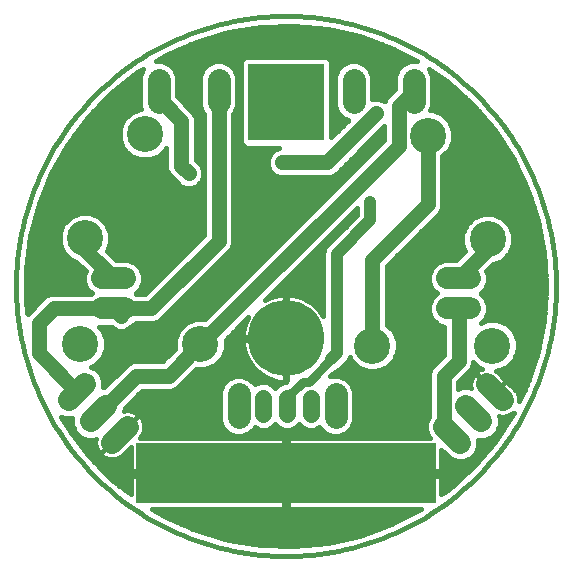
<source format=gbl>
G75*
%MOIN*%
%OFA0B0*%
%FSLAX25Y25*%
%IPPOS*%
%LPD*%
%AMOC8*
5,1,8,0,0,1.08239X$1,22.5*
%
%ADD10C,0.01600*%
%ADD11C,0.07400*%
%ADD12C,0.12000*%
%ADD13C,0.07600*%
%ADD14R,0.25400X0.25400*%
%ADD15C,0.25400*%
%ADD16R,1.00000X0.20000*%
%ADD17C,0.07677*%
%ADD18C,0.05543*%
%ADD19C,0.05000*%
%ADD20OC8,0.03562*%
%ADD21OC8,0.09000*%
%ADD22R,0.03562X0.03562*%
%ADD23C,0.04000*%
%ADD24C,0.03000*%
D10*
X0033496Y0032614D02*
X0093508Y0032614D01*
X0093508Y0032634D02*
X0093508Y0031034D01*
X0042508Y0031034D01*
X0042508Y0024850D01*
X0035953Y0030078D01*
X0028215Y0038068D01*
X0021562Y0046981D01*
X0019406Y0050811D01*
X0020908Y0050189D01*
X0023092Y0050189D01*
X0023092Y0048004D01*
X0024021Y0045762D01*
X0025737Y0044046D01*
X0027979Y0043117D01*
X0030405Y0043117D01*
X0030879Y0043314D01*
X0030763Y0042579D01*
X0030763Y0041714D01*
X0030899Y0040858D01*
X0031166Y0040035D01*
X0031559Y0039264D01*
X0032068Y0038563D01*
X0032374Y0038257D01*
X0032680Y0037951D01*
X0033380Y0037442D01*
X0034152Y0037049D01*
X0034975Y0036782D01*
X0035830Y0036646D01*
X0036696Y0036646D01*
X0037551Y0036782D01*
X0038374Y0037049D01*
X0039146Y0037442D01*
X0039846Y0037951D01*
X0042508Y0040613D01*
X0042508Y0032634D01*
X0093508Y0032634D01*
X0093508Y0043634D01*
X0045529Y0043634D01*
X0045691Y0043796D01*
X0046200Y0044496D01*
X0046593Y0045268D01*
X0046860Y0046091D01*
X0046996Y0046946D01*
X0046996Y0047812D01*
X0046860Y0048667D01*
X0046593Y0049490D01*
X0046200Y0050262D01*
X0045691Y0050962D01*
X0045385Y0051268D01*
X0038880Y0044763D01*
X0038879Y0044763D01*
X0038879Y0044763D01*
X0032374Y0038257D01*
X0038879Y0044763D01*
X0045385Y0051268D01*
X0045079Y0051574D01*
X0044378Y0052083D01*
X0043607Y0052476D01*
X0042784Y0052744D01*
X0041929Y0052879D01*
X0041063Y0052879D01*
X0040328Y0052763D01*
X0040525Y0053237D01*
X0040525Y0053620D01*
X0046338Y0059434D01*
X0056121Y0059434D01*
X0057922Y0060180D01*
X0059300Y0061558D01*
X0059300Y0061558D01*
X0064300Y0066558D01*
X0067441Y0066558D01*
X0070529Y0067837D01*
X0072892Y0070200D01*
X0074170Y0073287D01*
X0074170Y0076428D01*
X0081646Y0083904D01*
X0081185Y0083041D01*
X0080639Y0081725D01*
X0080226Y0080361D01*
X0079948Y0078964D01*
X0079808Y0077546D01*
X0079808Y0077313D01*
X0093829Y0077313D01*
X0093829Y0076354D01*
X0094788Y0076354D01*
X0094788Y0062829D01*
X0094236Y0062277D01*
X0093638Y0062277D01*
X0091737Y0061490D01*
X0090730Y0060482D01*
X0089722Y0061490D01*
X0087821Y0062277D01*
X0085764Y0062277D01*
X0083897Y0061504D01*
X0083814Y0061706D01*
X0082059Y0063461D01*
X0079766Y0064411D01*
X0077284Y0064411D01*
X0074991Y0063461D01*
X0073236Y0061706D01*
X0072286Y0059413D01*
X0072286Y0049254D01*
X0073236Y0046961D01*
X0074991Y0045206D01*
X0077284Y0044257D01*
X0079766Y0044257D01*
X0082059Y0045206D01*
X0083814Y0046961D01*
X0083897Y0047164D01*
X0085764Y0046390D01*
X0087821Y0046390D01*
X0089722Y0047178D01*
X0090730Y0048185D01*
X0091737Y0047178D01*
X0093638Y0046390D01*
X0095695Y0046390D01*
X0097596Y0047178D01*
X0098604Y0048185D01*
X0099611Y0047178D01*
X0101512Y0046390D01*
X0103569Y0046390D01*
X0105436Y0047164D01*
X0105520Y0046961D01*
X0107274Y0045206D01*
X0109567Y0044257D01*
X0112049Y0044257D01*
X0114342Y0045206D01*
X0116097Y0046961D01*
X0117047Y0049254D01*
X0117047Y0059413D01*
X0116097Y0061706D01*
X0114342Y0063461D01*
X0112049Y0064411D01*
X0109567Y0064411D01*
X0109070Y0064205D01*
X0110594Y0065729D01*
X0111801Y0066229D01*
X0113676Y0068104D01*
X0114913Y0069341D01*
X0115511Y0070784D01*
X0115968Y0069682D01*
X0118331Y0067319D01*
X0121418Y0066041D01*
X0124760Y0066041D01*
X0127847Y0067319D01*
X0130210Y0069682D01*
X0131489Y0072770D01*
X0131489Y0076111D01*
X0130210Y0079199D01*
X0127989Y0081420D01*
X0127989Y0101085D01*
X0145672Y0118768D01*
X0146418Y0120569D01*
X0146418Y0137503D01*
X0148639Y0139724D01*
X0149918Y0142811D01*
X0149918Y0146153D01*
X0148639Y0149240D01*
X0146276Y0151603D01*
X0143189Y0152882D01*
X0142421Y0152882D01*
X0143008Y0154301D01*
X0143008Y0164367D01*
X0142071Y0166631D01*
X0148427Y0162197D01*
X0156661Y0154719D01*
X0163871Y0146250D01*
X0169939Y0136928D01*
X0174765Y0126907D01*
X0178270Y0116351D01*
X0180396Y0105434D01*
X0181108Y0094334D01*
X0180396Y0083234D01*
X0180396Y0083234D01*
X0178270Y0072317D01*
X0174765Y0061761D01*
X0171996Y0056011D01*
X0171996Y0056721D01*
X0171860Y0057576D01*
X0171593Y0058400D01*
X0171200Y0059171D01*
X0170691Y0059872D01*
X0167768Y0062794D01*
X0164846Y0065716D01*
X0164400Y0066041D01*
X0164760Y0066041D01*
X0167847Y0067319D01*
X0170210Y0069682D01*
X0171489Y0072770D01*
X0171489Y0076111D01*
X0170210Y0079199D01*
X0167847Y0081562D01*
X0164760Y0082841D01*
X0161418Y0082841D01*
X0159239Y0081938D01*
X0160680Y0083378D01*
X0161608Y0085620D01*
X0161608Y0088047D01*
X0160680Y0090289D01*
X0159135Y0091834D01*
X0160680Y0093378D01*
X0161608Y0095620D01*
X0161608Y0098047D01*
X0161123Y0099219D01*
X0163456Y0101551D01*
X0166276Y0102720D01*
X0168639Y0105083D01*
X0169918Y0108170D01*
X0169918Y0111512D01*
X0168639Y0114599D01*
X0166276Y0116962D01*
X0163189Y0118241D01*
X0159847Y0118241D01*
X0156760Y0116962D01*
X0154397Y0114599D01*
X0153118Y0111512D01*
X0153118Y0108170D01*
X0154025Y0105980D01*
X0150979Y0102934D01*
X0146895Y0102934D01*
X0144653Y0102005D01*
X0142937Y0100289D01*
X0142008Y0098047D01*
X0142008Y0095620D01*
X0142937Y0093378D01*
X0144482Y0091834D01*
X0142937Y0090289D01*
X0142008Y0088047D01*
X0142008Y0085620D01*
X0142937Y0083378D01*
X0144653Y0081662D01*
X0146895Y0080734D01*
X0146908Y0080734D01*
X0146908Y0071363D01*
X0142654Y0067109D01*
X0141908Y0065308D01*
X0141908Y0050735D01*
X0141021Y0048592D01*
X0141021Y0046166D01*
X0141950Y0043924D01*
X0142239Y0043634D01*
X0095108Y0043634D01*
X0095108Y0032634D01*
X0093508Y0032634D01*
X0093508Y0034213D02*
X0095108Y0034213D01*
X0095108Y0032634D02*
X0146108Y0032634D01*
X0146108Y0039765D01*
X0148898Y0036975D01*
X0151140Y0036046D01*
X0153567Y0036046D01*
X0155809Y0036975D01*
X0157525Y0038691D01*
X0158454Y0040933D01*
X0158454Y0043117D01*
X0160638Y0043117D01*
X0162880Y0044046D01*
X0164596Y0045762D01*
X0165525Y0048004D01*
X0165525Y0050431D01*
X0165328Y0050905D01*
X0166063Y0050789D01*
X0166929Y0050789D01*
X0167784Y0050924D01*
X0168607Y0051191D01*
X0169378Y0051585D01*
X0170079Y0052093D01*
X0170138Y0052152D01*
X0169939Y0051739D01*
X0163871Y0042418D01*
X0156661Y0033949D01*
X0148427Y0026471D01*
X0146108Y0024853D01*
X0146108Y0031034D01*
X0095108Y0031034D01*
X0095108Y0020034D01*
X0139164Y0020034D01*
X0129444Y0014963D01*
X0119005Y0011121D01*
X0108162Y0008646D01*
X0097090Y0007578D01*
X0085974Y0007935D01*
X0074994Y0009710D01*
X0064331Y0012875D01*
X0054160Y0017377D01*
X0049777Y0020034D01*
X0093508Y0020034D01*
X0093508Y0031034D01*
X0095108Y0031034D01*
X0095108Y0032634D01*
X0095108Y0032614D02*
X0155192Y0032614D01*
X0156886Y0034213D02*
X0146108Y0034213D01*
X0146108Y0035811D02*
X0158247Y0035811D01*
X0159608Y0037410D02*
X0156244Y0037410D01*
X0157656Y0039008D02*
X0160969Y0039008D01*
X0162329Y0040607D02*
X0158318Y0040607D01*
X0158454Y0042205D02*
X0163690Y0042205D01*
X0164773Y0043804D02*
X0162295Y0043804D01*
X0164236Y0045403D02*
X0165814Y0045403D01*
X0165109Y0047001D02*
X0166854Y0047001D01*
X0167895Y0048600D02*
X0165525Y0048600D01*
X0165525Y0050198D02*
X0168935Y0050198D01*
X0169670Y0051797D02*
X0169966Y0051797D01*
X0171996Y0056592D02*
X0172276Y0056592D01*
X0171661Y0058191D02*
X0173045Y0058191D01*
X0173815Y0059789D02*
X0170751Y0059789D01*
X0169175Y0061388D02*
X0174585Y0061388D01*
X0175172Y0062986D02*
X0167576Y0062986D01*
X0167768Y0062794D02*
X0163879Y0058905D01*
X0157374Y0065410D01*
X0157068Y0065104D01*
X0156559Y0064404D01*
X0156166Y0063632D01*
X0155899Y0062809D01*
X0155763Y0061954D01*
X0155763Y0061088D01*
X0155879Y0060354D01*
X0155405Y0060550D01*
X0152979Y0060550D01*
X0151708Y0060024D01*
X0151708Y0062304D01*
X0154584Y0065180D01*
X0155962Y0066558D01*
X0156708Y0068359D01*
X0156708Y0068942D01*
X0158331Y0067319D01*
X0159640Y0066777D01*
X0159152Y0066618D01*
X0158380Y0066225D01*
X0157680Y0065716D01*
X0157374Y0065410D01*
X0163879Y0058905D01*
X0163879Y0058905D01*
X0163880Y0058905D01*
X0167768Y0062794D01*
X0166362Y0061388D02*
X0166362Y0061388D01*
X0164764Y0059789D02*
X0164764Y0059789D01*
X0162995Y0059789D02*
X0162995Y0059789D01*
X0161397Y0061388D02*
X0161396Y0061388D01*
X0159798Y0062986D02*
X0159798Y0062986D01*
X0158200Y0064585D02*
X0158199Y0064585D01*
X0156691Y0064585D02*
X0153989Y0064585D01*
X0155587Y0066183D02*
X0158323Y0066183D01*
X0157868Y0067782D02*
X0156469Y0067782D01*
X0155956Y0062986D02*
X0152390Y0062986D01*
X0151708Y0061388D02*
X0155763Y0061388D01*
X0165104Y0066183D02*
X0176233Y0066183D01*
X0175702Y0064585D02*
X0165978Y0064585D01*
X0168309Y0067782D02*
X0176764Y0067782D01*
X0177295Y0069380D02*
X0169908Y0069380D01*
X0170747Y0070979D02*
X0177825Y0070979D01*
X0178320Y0072577D02*
X0171409Y0072577D01*
X0171489Y0074176D02*
X0178632Y0074176D01*
X0178943Y0075774D02*
X0171489Y0075774D01*
X0170966Y0077373D02*
X0179254Y0077373D01*
X0179566Y0078971D02*
X0170304Y0078971D01*
X0168839Y0080570D02*
X0179877Y0080570D01*
X0180188Y0082168D02*
X0166383Y0082168D01*
X0160841Y0083767D02*
X0180430Y0083767D01*
X0180533Y0085365D02*
X0161503Y0085365D01*
X0161608Y0086964D02*
X0180635Y0086964D01*
X0180738Y0088562D02*
X0161395Y0088562D01*
X0160733Y0090161D02*
X0180840Y0090161D01*
X0180943Y0091759D02*
X0159209Y0091759D01*
X0160659Y0093358D02*
X0181046Y0093358D01*
X0181068Y0094956D02*
X0161333Y0094956D01*
X0161608Y0096555D02*
X0180966Y0096555D01*
X0180863Y0098153D02*
X0161564Y0098153D01*
X0161656Y0099752D02*
X0180760Y0099752D01*
X0180658Y0101350D02*
X0163255Y0101350D01*
X0166505Y0102949D02*
X0180555Y0102949D01*
X0180453Y0104547D02*
X0168104Y0104547D01*
X0169080Y0106146D02*
X0180257Y0106146D01*
X0179946Y0107744D02*
X0169742Y0107744D01*
X0169918Y0109343D02*
X0179634Y0109343D01*
X0179323Y0110941D02*
X0169918Y0110941D01*
X0169492Y0112540D02*
X0179012Y0112540D01*
X0178700Y0114138D02*
X0168830Y0114138D01*
X0167501Y0115737D02*
X0178389Y0115737D01*
X0177943Y0117336D02*
X0165375Y0117336D01*
X0157661Y0117336D02*
X0144240Y0117336D01*
X0145741Y0118934D02*
X0177412Y0118934D01*
X0176881Y0120533D02*
X0146403Y0120533D01*
X0146418Y0122131D02*
X0176350Y0122131D01*
X0175820Y0123730D02*
X0146418Y0123730D01*
X0146418Y0125328D02*
X0175289Y0125328D01*
X0174755Y0126927D02*
X0146418Y0126927D01*
X0146418Y0128525D02*
X0173985Y0128525D01*
X0173216Y0130124D02*
X0146418Y0130124D01*
X0146418Y0131722D02*
X0172446Y0131722D01*
X0171676Y0133321D02*
X0146418Y0133321D01*
X0146418Y0134919D02*
X0170906Y0134919D01*
X0170136Y0136518D02*
X0146418Y0136518D01*
X0147032Y0138116D02*
X0169165Y0138116D01*
X0168125Y0139715D02*
X0148630Y0139715D01*
X0149298Y0141313D02*
X0167084Y0141313D01*
X0166044Y0142912D02*
X0149918Y0142912D01*
X0149918Y0144510D02*
X0165003Y0144510D01*
X0163963Y0146109D02*
X0149918Y0146109D01*
X0149274Y0147707D02*
X0162630Y0147707D01*
X0161269Y0149306D02*
X0148574Y0149306D01*
X0146975Y0150904D02*
X0159909Y0150904D01*
X0158548Y0152503D02*
X0144104Y0152503D01*
X0142926Y0154101D02*
X0157187Y0154101D01*
X0155581Y0155700D02*
X0143008Y0155700D01*
X0143008Y0157298D02*
X0153821Y0157298D01*
X0152061Y0158897D02*
X0143008Y0158897D01*
X0143008Y0160495D02*
X0150301Y0160495D01*
X0148541Y0162094D02*
X0143008Y0162094D01*
X0143008Y0163692D02*
X0146283Y0163692D01*
X0143992Y0165291D02*
X0142626Y0165291D01*
X0137822Y0169334D02*
X0135575Y0169334D01*
X0133296Y0168390D01*
X0131552Y0166646D01*
X0130608Y0164367D01*
X0130608Y0160063D01*
X0129033Y0158488D01*
X0129033Y0158488D01*
X0127654Y0157109D01*
X0127159Y0155913D01*
X0127084Y0155988D01*
X0125283Y0156734D01*
X0123334Y0156734D01*
X0123008Y0156599D01*
X0123008Y0164367D01*
X0122064Y0166646D01*
X0120320Y0168390D01*
X0118042Y0169334D01*
X0115575Y0169334D01*
X0113296Y0168390D01*
X0111552Y0166646D01*
X0110608Y0164367D01*
X0110608Y0154301D01*
X0111552Y0152022D01*
X0113296Y0150278D01*
X0115083Y0149538D01*
X0109408Y0143863D01*
X0109408Y0168751D01*
X0109043Y0169633D01*
X0108368Y0170309D01*
X0107486Y0170674D01*
X0081131Y0170674D01*
X0080249Y0170309D01*
X0079574Y0169633D01*
X0079208Y0168751D01*
X0079208Y0142397D01*
X0079574Y0141514D01*
X0080249Y0140839D01*
X0081131Y0140474D01*
X0092060Y0140474D01*
X0090283Y0139738D01*
X0088904Y0138359D01*
X0088158Y0136558D01*
X0088158Y0134609D01*
X0088904Y0132808D01*
X0090283Y0131430D01*
X0092084Y0130684D01*
X0109033Y0130684D01*
X0110834Y0131430D01*
X0126908Y0147504D01*
X0126908Y0143026D01*
X0067241Y0083358D01*
X0064100Y0083358D01*
X0061012Y0082079D01*
X0058649Y0079716D01*
X0057370Y0076629D01*
X0057370Y0073488D01*
X0053116Y0069234D01*
X0043334Y0069234D01*
X0041533Y0068488D01*
X0033595Y0060550D01*
X0033454Y0060550D01*
X0033454Y0062734D01*
X0032525Y0064976D01*
X0030809Y0066692D01*
X0029287Y0067323D01*
X0030529Y0067837D01*
X0032892Y0070200D01*
X0034170Y0073287D01*
X0034170Y0076629D01*
X0032892Y0079716D01*
X0031859Y0080748D01*
X0031895Y0080734D01*
X0035979Y0080734D01*
X0036533Y0080180D01*
X0038334Y0079434D01*
X0040283Y0079434D01*
X0042084Y0080180D01*
X0043286Y0081382D01*
X0043964Y0081662D01*
X0044235Y0081934D01*
X0050283Y0081934D01*
X0052084Y0082680D01*
X0074584Y0105180D01*
X0075962Y0106558D01*
X0076708Y0108359D01*
X0076708Y0151666D01*
X0077064Y0152022D01*
X0078008Y0154301D01*
X0078008Y0164367D01*
X0077064Y0166646D01*
X0075320Y0168390D01*
X0073042Y0169334D01*
X0070575Y0169334D01*
X0068296Y0168390D01*
X0066552Y0166646D01*
X0065608Y0164367D01*
X0065608Y0154301D01*
X0066552Y0152022D01*
X0066908Y0151666D01*
X0066908Y0111363D01*
X0047279Y0091734D01*
X0044235Y0091734D01*
X0044135Y0091834D01*
X0045680Y0093378D01*
X0046608Y0095620D01*
X0046608Y0098047D01*
X0045680Y0100289D01*
X0043964Y0102005D01*
X0041722Y0102934D01*
X0037638Y0102934D01*
X0034568Y0106004D01*
X0035637Y0108585D01*
X0035637Y0111927D01*
X0034358Y0115014D01*
X0031995Y0117377D01*
X0028908Y0118656D01*
X0025566Y0118656D01*
X0022479Y0117377D01*
X0020116Y0115014D01*
X0018837Y0111927D01*
X0018837Y0108585D01*
X0020116Y0105498D01*
X0022479Y0103135D01*
X0024354Y0102358D01*
X0027494Y0099219D01*
X0027008Y0098047D01*
X0027008Y0095620D01*
X0027937Y0093378D01*
X0029482Y0091834D01*
X0029382Y0091734D01*
X0015834Y0091734D01*
X0014033Y0090988D01*
X0012654Y0089609D01*
X0008158Y0085113D01*
X0007687Y0088772D01*
X0007687Y0099895D01*
X0009109Y0110926D01*
X0011930Y0121685D01*
X0016104Y0131995D01*
X0021562Y0141686D01*
X0028215Y0150600D01*
X0035953Y0158590D01*
X0044649Y0165525D01*
X0046636Y0166729D01*
X0046552Y0166646D01*
X0045608Y0164367D01*
X0045608Y0154301D01*
X0046024Y0153297D01*
X0045566Y0153297D01*
X0042479Y0152018D01*
X0040116Y0149655D01*
X0038837Y0146568D01*
X0038837Y0143226D01*
X0040116Y0140139D01*
X0042479Y0137776D01*
X0045566Y0136497D01*
X0048908Y0136497D01*
X0051995Y0137776D01*
X0054358Y0140139D01*
X0054408Y0140259D01*
X0054408Y0133359D01*
X0055154Y0131558D01*
X0056533Y0130180D01*
X0059033Y0127680D01*
X0060834Y0126934D01*
X0062783Y0126934D01*
X0064584Y0127680D01*
X0065962Y0129058D01*
X0066708Y0130859D01*
X0066708Y0132808D01*
X0065962Y0134609D01*
X0064208Y0136363D01*
X0064208Y0150308D01*
X0063462Y0152109D01*
X0058008Y0157563D01*
X0058008Y0164367D01*
X0057064Y0166646D01*
X0055320Y0168390D01*
X0053042Y0169334D01*
X0050932Y0169334D01*
X0054160Y0171291D01*
X0064331Y0175793D01*
X0074994Y0178958D01*
X0085974Y0180733D01*
X0097090Y0181089D01*
X0108162Y0180021D01*
X0119005Y0177546D01*
X0129444Y0173705D01*
X0137822Y0169334D01*
X0136379Y0170086D02*
X0108590Y0170086D01*
X0109408Y0168488D02*
X0113533Y0168488D01*
X0111796Y0166889D02*
X0109408Y0166889D01*
X0109408Y0165291D02*
X0110991Y0165291D01*
X0110608Y0163692D02*
X0109408Y0163692D01*
X0109408Y0162094D02*
X0110608Y0162094D01*
X0110608Y0160495D02*
X0109408Y0160495D01*
X0109408Y0158897D02*
X0110608Y0158897D01*
X0110608Y0157298D02*
X0109408Y0157298D01*
X0109408Y0155700D02*
X0110608Y0155700D01*
X0110691Y0154101D02*
X0109408Y0154101D01*
X0109408Y0152503D02*
X0111353Y0152503D01*
X0112670Y0150904D02*
X0109408Y0150904D01*
X0109408Y0149306D02*
X0114851Y0149306D01*
X0113252Y0147707D02*
X0109408Y0147707D01*
X0109408Y0146109D02*
X0111654Y0146109D01*
X0110055Y0144510D02*
X0109408Y0144510D01*
X0115922Y0136518D02*
X0120400Y0136518D01*
X0118802Y0134919D02*
X0114323Y0134919D01*
X0112725Y0133321D02*
X0117203Y0133321D01*
X0115605Y0131722D02*
X0111126Y0131722D01*
X0112408Y0128525D02*
X0076708Y0128525D01*
X0076708Y0126927D02*
X0110809Y0126927D01*
X0109211Y0125328D02*
X0076708Y0125328D01*
X0076708Y0123730D02*
X0107612Y0123730D01*
X0106014Y0122131D02*
X0076708Y0122131D01*
X0076708Y0120533D02*
X0104415Y0120533D01*
X0102817Y0118934D02*
X0076708Y0118934D01*
X0076708Y0117336D02*
X0101218Y0117336D01*
X0099620Y0115737D02*
X0076708Y0115737D01*
X0076708Y0114138D02*
X0098021Y0114138D01*
X0096423Y0112540D02*
X0076708Y0112540D01*
X0076708Y0110941D02*
X0094824Y0110941D01*
X0093226Y0109343D02*
X0076708Y0109343D01*
X0076454Y0107744D02*
X0091627Y0107744D01*
X0090029Y0106146D02*
X0075550Y0106146D01*
X0073952Y0104547D02*
X0088430Y0104547D01*
X0086832Y0102949D02*
X0072353Y0102949D01*
X0070755Y0101350D02*
X0085233Y0101350D01*
X0083635Y0099752D02*
X0069156Y0099752D01*
X0067558Y0098153D02*
X0082036Y0098153D01*
X0080438Y0096555D02*
X0065959Y0096555D01*
X0064361Y0094956D02*
X0078839Y0094956D01*
X0077241Y0093358D02*
X0062762Y0093358D01*
X0061164Y0091759D02*
X0075642Y0091759D01*
X0074044Y0090161D02*
X0059565Y0090161D01*
X0057967Y0088562D02*
X0072445Y0088562D01*
X0070847Y0086964D02*
X0056368Y0086964D01*
X0054769Y0085365D02*
X0069248Y0085365D01*
X0067649Y0083767D02*
X0053171Y0083767D01*
X0050849Y0082168D02*
X0061227Y0082168D01*
X0059503Y0080570D02*
X0042474Y0080570D01*
X0036143Y0080570D02*
X0032038Y0080570D01*
X0033200Y0078971D02*
X0058341Y0078971D01*
X0057679Y0077373D02*
X0033862Y0077373D01*
X0034170Y0075774D02*
X0057370Y0075774D01*
X0057370Y0074176D02*
X0034170Y0074176D01*
X0033876Y0072577D02*
X0056460Y0072577D01*
X0054861Y0070979D02*
X0033214Y0070979D01*
X0032072Y0069380D02*
X0053263Y0069380D01*
X0060728Y0062986D02*
X0074516Y0062986D01*
X0073104Y0061388D02*
X0059130Y0061388D01*
X0056979Y0059789D02*
X0072442Y0059789D01*
X0072286Y0058191D02*
X0045095Y0058191D01*
X0043496Y0056592D02*
X0072286Y0056592D01*
X0072286Y0054994D02*
X0041898Y0054994D01*
X0040525Y0053395D02*
X0072286Y0053395D01*
X0072286Y0051797D02*
X0044773Y0051797D01*
X0044315Y0050198D02*
X0044315Y0050198D01*
X0046232Y0050198D02*
X0072286Y0050198D01*
X0072557Y0048600D02*
X0046871Y0048600D01*
X0046996Y0047001D02*
X0073220Y0047001D01*
X0074795Y0045403D02*
X0046637Y0045403D01*
X0045697Y0043804D02*
X0142069Y0043804D01*
X0141337Y0045403D02*
X0114538Y0045403D01*
X0116114Y0047001D02*
X0141021Y0047001D01*
X0141024Y0048600D02*
X0116776Y0048600D01*
X0117047Y0050198D02*
X0141686Y0050198D01*
X0141908Y0051797D02*
X0117047Y0051797D01*
X0117047Y0053395D02*
X0141908Y0053395D01*
X0141908Y0054994D02*
X0117047Y0054994D01*
X0117047Y0056592D02*
X0141908Y0056592D01*
X0141908Y0058191D02*
X0117047Y0058191D01*
X0116891Y0059789D02*
X0141908Y0059789D01*
X0141908Y0061388D02*
X0116229Y0061388D01*
X0114817Y0062986D02*
X0141908Y0062986D01*
X0141908Y0064585D02*
X0109450Y0064585D01*
X0111691Y0066183D02*
X0121074Y0066183D01*
X0117868Y0067782D02*
X0113354Y0067782D01*
X0114930Y0069380D02*
X0116270Y0069380D01*
X0125104Y0066183D02*
X0142271Y0066183D01*
X0143327Y0067782D02*
X0128309Y0067782D01*
X0129908Y0069380D02*
X0144925Y0069380D01*
X0146524Y0070979D02*
X0130747Y0070979D01*
X0131409Y0072577D02*
X0146908Y0072577D01*
X0146908Y0074176D02*
X0131489Y0074176D01*
X0131489Y0075774D02*
X0146908Y0075774D01*
X0146908Y0077373D02*
X0130966Y0077373D01*
X0130304Y0078971D02*
X0146908Y0078971D01*
X0146908Y0080570D02*
X0128839Y0080570D01*
X0127989Y0082168D02*
X0144147Y0082168D01*
X0142776Y0083767D02*
X0127989Y0083767D01*
X0127989Y0085365D02*
X0142114Y0085365D01*
X0142008Y0086964D02*
X0127989Y0086964D01*
X0127989Y0088562D02*
X0142222Y0088562D01*
X0142884Y0090161D02*
X0127989Y0090161D01*
X0127989Y0091759D02*
X0144407Y0091759D01*
X0142958Y0093358D02*
X0127989Y0093358D01*
X0127989Y0094956D02*
X0142283Y0094956D01*
X0142008Y0096555D02*
X0127989Y0096555D01*
X0127989Y0098153D02*
X0142052Y0098153D01*
X0142714Y0099752D02*
X0127989Y0099752D01*
X0128255Y0101350D02*
X0143998Y0101350D01*
X0150994Y0102949D02*
X0129853Y0102949D01*
X0131452Y0104547D02*
X0152592Y0104547D01*
X0153957Y0106146D02*
X0133050Y0106146D01*
X0134649Y0107744D02*
X0153294Y0107744D01*
X0153118Y0109343D02*
X0136247Y0109343D01*
X0137846Y0110941D02*
X0153118Y0110941D01*
X0153544Y0112540D02*
X0139444Y0112540D01*
X0141043Y0114138D02*
X0154206Y0114138D01*
X0155535Y0115737D02*
X0142641Y0115737D01*
X0121999Y0138116D02*
X0117520Y0138116D01*
X0119119Y0139715D02*
X0123597Y0139715D01*
X0125196Y0141313D02*
X0120717Y0141313D01*
X0122316Y0142912D02*
X0126794Y0142912D01*
X0126908Y0144510D02*
X0123914Y0144510D01*
X0125513Y0146109D02*
X0126908Y0146109D01*
X0127843Y0157298D02*
X0123008Y0157298D01*
X0123008Y0158897D02*
X0129442Y0158897D01*
X0130608Y0160495D02*
X0123008Y0160495D01*
X0123008Y0162094D02*
X0130608Y0162094D01*
X0130608Y0163692D02*
X0123008Y0163692D01*
X0122626Y0165291D02*
X0130991Y0165291D01*
X0131796Y0166889D02*
X0121821Y0166889D01*
X0120084Y0168488D02*
X0133533Y0168488D01*
X0133315Y0171685D02*
X0055051Y0171685D01*
X0055084Y0168488D02*
X0068533Y0168488D01*
X0066796Y0166889D02*
X0056821Y0166889D01*
X0057626Y0165291D02*
X0065991Y0165291D01*
X0065608Y0163692D02*
X0058008Y0163692D01*
X0058008Y0162094D02*
X0065608Y0162094D01*
X0065608Y0160495D02*
X0058008Y0160495D01*
X0058008Y0158897D02*
X0065608Y0158897D01*
X0065608Y0157298D02*
X0058273Y0157298D01*
X0059872Y0155700D02*
X0065608Y0155700D01*
X0065691Y0154101D02*
X0061470Y0154101D01*
X0063069Y0152503D02*
X0066353Y0152503D01*
X0066908Y0150904D02*
X0063962Y0150904D01*
X0064208Y0149306D02*
X0066908Y0149306D01*
X0066908Y0147707D02*
X0064208Y0147707D01*
X0064208Y0146109D02*
X0066908Y0146109D01*
X0066908Y0144510D02*
X0064208Y0144510D01*
X0064208Y0142912D02*
X0066908Y0142912D01*
X0066908Y0141313D02*
X0064208Y0141313D01*
X0064208Y0139715D02*
X0066908Y0139715D01*
X0066908Y0138116D02*
X0064208Y0138116D01*
X0064208Y0136518D02*
X0066908Y0136518D01*
X0066908Y0134919D02*
X0065653Y0134919D01*
X0066496Y0133321D02*
X0066908Y0133321D01*
X0066908Y0131722D02*
X0066708Y0131722D01*
X0066908Y0130124D02*
X0066404Y0130124D01*
X0066908Y0128525D02*
X0065429Y0128525D01*
X0066908Y0126927D02*
X0014052Y0126927D01*
X0014699Y0128525D02*
X0058187Y0128525D01*
X0056589Y0130124D02*
X0015347Y0130124D01*
X0015994Y0131722D02*
X0055086Y0131722D01*
X0054424Y0133321D02*
X0016851Y0133321D01*
X0017751Y0134919D02*
X0054408Y0134919D01*
X0054408Y0136518D02*
X0048958Y0136518D01*
X0045517Y0136518D02*
X0018651Y0136518D01*
X0019552Y0138116D02*
X0042139Y0138116D01*
X0040540Y0139715D02*
X0020452Y0139715D01*
X0021352Y0141313D02*
X0039630Y0141313D01*
X0038968Y0142912D02*
X0022477Y0142912D01*
X0023670Y0144510D02*
X0038837Y0144510D01*
X0038837Y0146109D02*
X0024863Y0146109D01*
X0026056Y0147707D02*
X0039309Y0147707D01*
X0039971Y0149306D02*
X0027249Y0149306D01*
X0028509Y0150904D02*
X0041365Y0150904D01*
X0043649Y0152503D02*
X0030058Y0152503D01*
X0031606Y0154101D02*
X0045691Y0154101D01*
X0045608Y0155700D02*
X0033154Y0155700D01*
X0034702Y0157298D02*
X0045608Y0157298D01*
X0045608Y0158897D02*
X0036337Y0158897D01*
X0038342Y0160495D02*
X0045608Y0160495D01*
X0045608Y0162094D02*
X0040346Y0162094D01*
X0042351Y0163692D02*
X0045608Y0163692D01*
X0045991Y0165291D02*
X0044355Y0165291D01*
X0052174Y0170086D02*
X0080027Y0170086D01*
X0079208Y0168488D02*
X0075084Y0168488D01*
X0076821Y0166889D02*
X0079208Y0166889D01*
X0079208Y0165291D02*
X0077626Y0165291D01*
X0078008Y0163692D02*
X0079208Y0163692D01*
X0079208Y0162094D02*
X0078008Y0162094D01*
X0078008Y0160495D02*
X0079208Y0160495D01*
X0079208Y0158897D02*
X0078008Y0158897D01*
X0078008Y0157298D02*
X0079208Y0157298D01*
X0079208Y0155700D02*
X0078008Y0155700D01*
X0077926Y0154101D02*
X0079208Y0154101D01*
X0079208Y0152503D02*
X0077264Y0152503D01*
X0076708Y0150904D02*
X0079208Y0150904D01*
X0079208Y0149306D02*
X0076708Y0149306D01*
X0076708Y0147707D02*
X0079208Y0147707D01*
X0079208Y0146109D02*
X0076708Y0146109D01*
X0076708Y0144510D02*
X0079208Y0144510D01*
X0079208Y0142912D02*
X0076708Y0142912D01*
X0076708Y0141313D02*
X0079775Y0141313D01*
X0076708Y0139715D02*
X0090260Y0139715D01*
X0088804Y0138116D02*
X0076708Y0138116D01*
X0076708Y0136518D02*
X0088158Y0136518D01*
X0088158Y0134919D02*
X0076708Y0134919D01*
X0076708Y0133321D02*
X0088692Y0133321D01*
X0089990Y0131722D02*
X0076708Y0131722D01*
X0076708Y0130124D02*
X0114006Y0130124D01*
X0118033Y0120291D02*
X0118033Y0118031D01*
X0107453Y0107451D01*
X0106783Y0105834D01*
X0106783Y0084254D01*
X0106760Y0084297D01*
X0105969Y0085482D01*
X0105065Y0086583D01*
X0104058Y0087591D01*
X0102956Y0088494D01*
X0101772Y0089286D01*
X0100515Y0089957D01*
X0099199Y0090503D01*
X0097836Y0090916D01*
X0096438Y0091194D01*
X0095021Y0091334D01*
X0094788Y0091334D01*
X0094788Y0077313D01*
X0093829Y0077313D01*
X0093829Y0091334D01*
X0093596Y0091334D01*
X0092178Y0091194D01*
X0090781Y0090916D01*
X0089418Y0090503D01*
X0088101Y0089957D01*
X0087238Y0089496D01*
X0118033Y0120291D01*
X0118033Y0118934D02*
X0116676Y0118934D01*
X0117338Y0117336D02*
X0115077Y0117336D01*
X0115739Y0115737D02*
X0113479Y0115737D01*
X0114141Y0114138D02*
X0111880Y0114138D01*
X0112542Y0112540D02*
X0110282Y0112540D01*
X0110943Y0110941D02*
X0108683Y0110941D01*
X0109345Y0109343D02*
X0107085Y0109343D01*
X0107746Y0107744D02*
X0105486Y0107744D01*
X0106913Y0106146D02*
X0103888Y0106146D01*
X0102289Y0104547D02*
X0106783Y0104547D01*
X0106783Y0102949D02*
X0100691Y0102949D01*
X0099092Y0101350D02*
X0106783Y0101350D01*
X0106783Y0099752D02*
X0097494Y0099752D01*
X0095895Y0098153D02*
X0106783Y0098153D01*
X0106783Y0096555D02*
X0094297Y0096555D01*
X0004308Y0094334D02*
X0004335Y0096543D01*
X0004416Y0098750D01*
X0004552Y0100955D01*
X0004741Y0103156D01*
X0004985Y0105351D01*
X0005282Y0107540D01*
X0005633Y0109721D01*
X0006037Y0111892D01*
X0006495Y0114053D01*
X0007005Y0116202D01*
X0007568Y0118338D01*
X0008183Y0120460D01*
X0008850Y0122565D01*
X0009569Y0124654D01*
X0010339Y0126725D01*
X0011159Y0128776D01*
X0012029Y0130806D01*
X0012949Y0132814D01*
X0013918Y0134799D01*
X0014935Y0136760D01*
X0016000Y0138695D01*
X0017112Y0140603D01*
X0018271Y0142484D01*
X0019476Y0144335D01*
X0020725Y0146157D01*
X0022019Y0147947D01*
X0023357Y0149705D01*
X0024737Y0151429D01*
X0026159Y0153120D01*
X0027622Y0154774D01*
X0029126Y0156393D01*
X0030668Y0157974D01*
X0032249Y0159516D01*
X0033868Y0161020D01*
X0035522Y0162483D01*
X0037213Y0163905D01*
X0038937Y0165285D01*
X0040695Y0166623D01*
X0042485Y0167917D01*
X0044307Y0169166D01*
X0046158Y0170371D01*
X0048039Y0171530D01*
X0049947Y0172642D01*
X0051882Y0173707D01*
X0053843Y0174724D01*
X0055828Y0175693D01*
X0057836Y0176613D01*
X0059866Y0177483D01*
X0061917Y0178303D01*
X0063988Y0179073D01*
X0066077Y0179792D01*
X0068182Y0180459D01*
X0070304Y0181074D01*
X0072440Y0181637D01*
X0074589Y0182147D01*
X0076750Y0182605D01*
X0078921Y0183009D01*
X0081102Y0183360D01*
X0083291Y0183657D01*
X0085486Y0183901D01*
X0087687Y0184090D01*
X0089892Y0184226D01*
X0092099Y0184307D01*
X0094308Y0184334D01*
X0096517Y0184307D01*
X0098724Y0184226D01*
X0100929Y0184090D01*
X0103130Y0183901D01*
X0105325Y0183657D01*
X0107514Y0183360D01*
X0109695Y0183009D01*
X0111866Y0182605D01*
X0114027Y0182147D01*
X0116176Y0181637D01*
X0118312Y0181074D01*
X0120434Y0180459D01*
X0122539Y0179792D01*
X0124628Y0179073D01*
X0126699Y0178303D01*
X0128750Y0177483D01*
X0130780Y0176613D01*
X0132788Y0175693D01*
X0134773Y0174724D01*
X0136734Y0173707D01*
X0138669Y0172642D01*
X0140577Y0171530D01*
X0142458Y0170371D01*
X0144309Y0169166D01*
X0146131Y0167917D01*
X0147921Y0166623D01*
X0149679Y0165285D01*
X0151403Y0163905D01*
X0153094Y0162483D01*
X0154748Y0161020D01*
X0156367Y0159516D01*
X0157948Y0157974D01*
X0159490Y0156393D01*
X0160994Y0154774D01*
X0162457Y0153120D01*
X0163879Y0151429D01*
X0165259Y0149705D01*
X0166597Y0147947D01*
X0167891Y0146157D01*
X0169140Y0144335D01*
X0170345Y0142484D01*
X0171504Y0140603D01*
X0172616Y0138695D01*
X0173681Y0136760D01*
X0174698Y0134799D01*
X0175667Y0132814D01*
X0176587Y0130806D01*
X0177457Y0128776D01*
X0178277Y0126725D01*
X0179047Y0124654D01*
X0179766Y0122565D01*
X0180433Y0120460D01*
X0181048Y0118338D01*
X0181611Y0116202D01*
X0182121Y0114053D01*
X0182579Y0111892D01*
X0182983Y0109721D01*
X0183334Y0107540D01*
X0183631Y0105351D01*
X0183875Y0103156D01*
X0184064Y0100955D01*
X0184200Y0098750D01*
X0184281Y0096543D01*
X0184308Y0094334D01*
X0184281Y0092125D01*
X0184200Y0089918D01*
X0184064Y0087713D01*
X0183875Y0085512D01*
X0183631Y0083317D01*
X0183334Y0081128D01*
X0182983Y0078947D01*
X0182579Y0076776D01*
X0182121Y0074615D01*
X0181611Y0072466D01*
X0181048Y0070330D01*
X0180433Y0068208D01*
X0179766Y0066103D01*
X0179047Y0064014D01*
X0178277Y0061943D01*
X0177457Y0059892D01*
X0176587Y0057862D01*
X0175667Y0055854D01*
X0174698Y0053869D01*
X0173681Y0051908D01*
X0172616Y0049973D01*
X0171504Y0048065D01*
X0170345Y0046184D01*
X0169140Y0044333D01*
X0167891Y0042511D01*
X0166597Y0040721D01*
X0165259Y0038963D01*
X0163879Y0037239D01*
X0162457Y0035548D01*
X0160994Y0033894D01*
X0159490Y0032275D01*
X0157948Y0030694D01*
X0156367Y0029152D01*
X0154748Y0027648D01*
X0153094Y0026185D01*
X0151403Y0024763D01*
X0149679Y0023383D01*
X0147921Y0022045D01*
X0146131Y0020751D01*
X0144309Y0019502D01*
X0142458Y0018297D01*
X0140577Y0017138D01*
X0138669Y0016026D01*
X0136734Y0014961D01*
X0134773Y0013944D01*
X0132788Y0012975D01*
X0130780Y0012055D01*
X0128750Y0011185D01*
X0126699Y0010365D01*
X0124628Y0009595D01*
X0122539Y0008876D01*
X0120434Y0008209D01*
X0118312Y0007594D01*
X0116176Y0007031D01*
X0114027Y0006521D01*
X0111866Y0006063D01*
X0109695Y0005659D01*
X0107514Y0005308D01*
X0105325Y0005011D01*
X0103130Y0004767D01*
X0100929Y0004578D01*
X0098724Y0004442D01*
X0096517Y0004361D01*
X0094308Y0004334D01*
X0092099Y0004361D01*
X0089892Y0004442D01*
X0087687Y0004578D01*
X0085486Y0004767D01*
X0083291Y0005011D01*
X0081102Y0005308D01*
X0078921Y0005659D01*
X0076750Y0006063D01*
X0074589Y0006521D01*
X0072440Y0007031D01*
X0070304Y0007594D01*
X0068182Y0008209D01*
X0066077Y0008876D01*
X0063988Y0009595D01*
X0061917Y0010365D01*
X0059866Y0011185D01*
X0057836Y0012055D01*
X0055828Y0012975D01*
X0053843Y0013944D01*
X0051882Y0014961D01*
X0049947Y0016026D01*
X0048039Y0017138D01*
X0046158Y0018297D01*
X0044307Y0019502D01*
X0042485Y0020751D01*
X0040695Y0022045D01*
X0038937Y0023383D01*
X0037213Y0024763D01*
X0035522Y0026185D01*
X0033868Y0027648D01*
X0032249Y0029152D01*
X0030668Y0030694D01*
X0029126Y0032275D01*
X0027622Y0033894D01*
X0026159Y0035548D01*
X0024737Y0037239D01*
X0023357Y0038963D01*
X0022019Y0040721D01*
X0020725Y0042511D01*
X0019476Y0044333D01*
X0018271Y0046184D01*
X0017112Y0048065D01*
X0016000Y0049973D01*
X0014935Y0051908D01*
X0013918Y0053869D01*
X0012949Y0055854D01*
X0012029Y0057862D01*
X0011159Y0059892D01*
X0010339Y0061943D01*
X0009569Y0064014D01*
X0008850Y0066103D01*
X0008183Y0068208D01*
X0007568Y0070330D01*
X0007005Y0072466D01*
X0006495Y0074615D01*
X0006037Y0076776D01*
X0005633Y0078947D01*
X0005282Y0081128D01*
X0004985Y0083317D01*
X0004741Y0085512D01*
X0004552Y0087713D01*
X0004416Y0089918D01*
X0004335Y0092125D01*
X0004308Y0094334D01*
X0007687Y0094956D02*
X0027283Y0094956D01*
X0027008Y0096555D02*
X0007687Y0096555D01*
X0007687Y0098153D02*
X0027052Y0098153D01*
X0026961Y0099752D02*
X0007687Y0099752D01*
X0007874Y0101350D02*
X0025362Y0101350D01*
X0022928Y0102949D02*
X0008080Y0102949D01*
X0008287Y0104547D02*
X0021067Y0104547D01*
X0019848Y0106146D02*
X0008493Y0106146D01*
X0008699Y0107744D02*
X0019186Y0107744D01*
X0018837Y0109343D02*
X0008905Y0109343D01*
X0009113Y0110941D02*
X0018837Y0110941D01*
X0019091Y0112540D02*
X0009532Y0112540D01*
X0009951Y0114138D02*
X0019753Y0114138D01*
X0020839Y0115737D02*
X0010370Y0115737D01*
X0010790Y0117336D02*
X0022437Y0117336D01*
X0013405Y0125328D02*
X0066908Y0125328D01*
X0066908Y0123730D02*
X0012758Y0123730D01*
X0012111Y0122131D02*
X0066908Y0122131D01*
X0066908Y0120533D02*
X0011628Y0120533D01*
X0011209Y0118934D02*
X0066908Y0118934D01*
X0066908Y0117336D02*
X0032037Y0117336D01*
X0033636Y0115737D02*
X0066908Y0115737D01*
X0066908Y0114138D02*
X0034721Y0114138D01*
X0035383Y0112540D02*
X0066908Y0112540D01*
X0066486Y0110941D02*
X0035637Y0110941D01*
X0035637Y0109343D02*
X0064888Y0109343D01*
X0063289Y0107744D02*
X0035289Y0107744D01*
X0034627Y0106146D02*
X0061691Y0106146D01*
X0060092Y0104547D02*
X0036024Y0104547D01*
X0037623Y0102949D02*
X0058494Y0102949D01*
X0056895Y0101350D02*
X0044618Y0101350D01*
X0045902Y0099752D02*
X0055297Y0099752D01*
X0053698Y0098153D02*
X0046564Y0098153D01*
X0046608Y0096555D02*
X0052100Y0096555D01*
X0050501Y0094956D02*
X0046333Y0094956D01*
X0045659Y0093358D02*
X0048903Y0093358D01*
X0047304Y0091759D02*
X0044209Y0091759D01*
X0029407Y0091759D02*
X0007687Y0091759D01*
X0007687Y0090161D02*
X0013206Y0090161D01*
X0011607Y0088562D02*
X0007714Y0088562D01*
X0007920Y0086964D02*
X0010009Y0086964D01*
X0008410Y0085365D02*
X0008126Y0085365D01*
X0007687Y0093358D02*
X0027958Y0093358D01*
X0030395Y0067782D02*
X0040827Y0067782D01*
X0039228Y0066183D02*
X0031318Y0066183D01*
X0032687Y0064585D02*
X0037630Y0064585D01*
X0036031Y0062986D02*
X0033349Y0062986D01*
X0033454Y0061388D02*
X0034433Y0061388D01*
X0042716Y0048600D02*
X0042716Y0048600D01*
X0041118Y0047001D02*
X0041118Y0047001D01*
X0039519Y0045403D02*
X0039519Y0045403D01*
X0037921Y0043804D02*
X0037921Y0043804D01*
X0036322Y0042205D02*
X0036322Y0042205D01*
X0034724Y0040607D02*
X0034724Y0040607D01*
X0033125Y0039008D02*
X0033125Y0039008D01*
X0031745Y0039008D02*
X0027513Y0039008D01*
X0026320Y0040607D02*
X0030980Y0040607D01*
X0030763Y0042205D02*
X0025127Y0042205D01*
X0023934Y0043804D02*
X0026321Y0043804D01*
X0024380Y0045403D02*
X0022741Y0045403D01*
X0023508Y0047001D02*
X0021551Y0047001D01*
X0020651Y0048600D02*
X0023092Y0048600D01*
X0020885Y0050198D02*
X0019751Y0050198D01*
X0028852Y0037410D02*
X0033444Y0037410D01*
X0030400Y0035811D02*
X0042508Y0035811D01*
X0042508Y0034213D02*
X0031948Y0034213D01*
X0035044Y0031016D02*
X0042508Y0031016D01*
X0042508Y0029417D02*
X0036781Y0029417D01*
X0038785Y0027819D02*
X0042508Y0027819D01*
X0042508Y0026220D02*
X0040789Y0026220D01*
X0050119Y0019826D02*
X0138766Y0019826D01*
X0135702Y0018228D02*
X0052756Y0018228D01*
X0055849Y0016629D02*
X0132638Y0016629D01*
X0129574Y0015031D02*
X0059460Y0015031D01*
X0063071Y0013432D02*
X0125285Y0013432D01*
X0120941Y0011834D02*
X0067838Y0011834D01*
X0073224Y0010235D02*
X0115123Y0010235D01*
X0108062Y0008637D02*
X0081632Y0008637D01*
X0093508Y0021425D02*
X0095108Y0021425D01*
X0095108Y0023023D02*
X0093508Y0023023D01*
X0093508Y0024622D02*
X0095108Y0024622D01*
X0095108Y0026220D02*
X0093508Y0026220D01*
X0093508Y0027819D02*
X0095108Y0027819D01*
X0095108Y0029417D02*
X0093508Y0029417D01*
X0093508Y0031016D02*
X0095108Y0031016D01*
X0095108Y0035811D02*
X0093508Y0035811D01*
X0093508Y0037410D02*
X0095108Y0037410D01*
X0095108Y0039008D02*
X0093508Y0039008D01*
X0093508Y0040607D02*
X0095108Y0040607D01*
X0095108Y0042205D02*
X0093508Y0042205D01*
X0092164Y0047001D02*
X0089295Y0047001D01*
X0084290Y0047001D02*
X0083830Y0047001D01*
X0082255Y0045403D02*
X0107078Y0045403D01*
X0105503Y0047001D02*
X0105043Y0047001D01*
X0100038Y0047001D02*
X0097169Y0047001D01*
X0091635Y0061388D02*
X0089824Y0061388D01*
X0090007Y0062986D02*
X0082534Y0062986D01*
X0084559Y0066077D02*
X0085660Y0065173D01*
X0086845Y0064382D01*
X0088101Y0063710D01*
X0089418Y0063165D01*
X0090781Y0062751D01*
X0092178Y0062473D01*
X0093596Y0062334D01*
X0093829Y0062334D01*
X0093829Y0076354D01*
X0079808Y0076354D01*
X0079808Y0076121D01*
X0079948Y0074704D01*
X0080226Y0073306D01*
X0080639Y0071943D01*
X0081185Y0070627D01*
X0081856Y0069370D01*
X0082648Y0068186D01*
X0083552Y0067084D01*
X0084559Y0066077D01*
X0084453Y0066183D02*
X0063925Y0066183D01*
X0062327Y0064585D02*
X0086541Y0064585D01*
X0082979Y0067782D02*
X0070395Y0067782D01*
X0072072Y0069380D02*
X0081851Y0069380D01*
X0081039Y0070979D02*
X0073214Y0070979D01*
X0073876Y0072577D02*
X0080447Y0072577D01*
X0080053Y0074176D02*
X0074170Y0074176D01*
X0074170Y0075774D02*
X0079843Y0075774D01*
X0079808Y0077373D02*
X0075115Y0077373D01*
X0076713Y0078971D02*
X0079949Y0078971D01*
X0080289Y0080570D02*
X0078312Y0080570D01*
X0079910Y0082168D02*
X0080823Y0082168D01*
X0081509Y0083767D02*
X0081573Y0083767D01*
X0087903Y0090161D02*
X0088592Y0090161D01*
X0089501Y0091759D02*
X0106783Y0091759D01*
X0106783Y0090161D02*
X0100024Y0090161D01*
X0102855Y0088562D02*
X0106783Y0088562D01*
X0106783Y0086964D02*
X0104684Y0086964D01*
X0106047Y0085365D02*
X0106783Y0085365D01*
X0106783Y0093358D02*
X0091100Y0093358D01*
X0092698Y0094956D02*
X0106783Y0094956D01*
X0094788Y0090161D02*
X0093829Y0090161D01*
X0093829Y0088562D02*
X0094788Y0088562D01*
X0094788Y0086964D02*
X0093829Y0086964D01*
X0093829Y0085365D02*
X0094788Y0085365D01*
X0094788Y0083767D02*
X0093829Y0083767D01*
X0093829Y0082168D02*
X0094788Y0082168D01*
X0094788Y0080570D02*
X0093829Y0080570D01*
X0093829Y0078971D02*
X0094788Y0078971D01*
X0094788Y0077373D02*
X0093829Y0077373D01*
X0093829Y0075774D02*
X0094788Y0075774D01*
X0094788Y0074176D02*
X0093829Y0074176D01*
X0093829Y0072577D02*
X0094788Y0072577D01*
X0094788Y0070979D02*
X0093829Y0070979D01*
X0093829Y0069380D02*
X0094788Y0069380D01*
X0094788Y0067782D02*
X0093829Y0067782D01*
X0093829Y0066183D02*
X0094788Y0066183D01*
X0094788Y0064585D02*
X0093829Y0064585D01*
X0093829Y0062986D02*
X0094788Y0062986D01*
X0146108Y0039008D02*
X0146865Y0039008D01*
X0146108Y0037410D02*
X0148463Y0037410D01*
X0146108Y0031016D02*
X0153432Y0031016D01*
X0151672Y0029417D02*
X0146108Y0029417D01*
X0146108Y0027819D02*
X0149912Y0027819D01*
X0148068Y0026220D02*
X0146108Y0026220D01*
X0159470Y0082168D02*
X0159795Y0082168D01*
X0130251Y0173283D02*
X0058662Y0173283D01*
X0062273Y0174882D02*
X0126245Y0174882D01*
X0121901Y0176480D02*
X0066647Y0176480D01*
X0072033Y0178079D02*
X0116671Y0178079D01*
X0109667Y0179677D02*
X0079447Y0179677D01*
X0054408Y0139715D02*
X0053934Y0139715D01*
X0054408Y0138116D02*
X0052336Y0138116D01*
X0042502Y0040607D02*
X0042508Y0040607D01*
X0042508Y0039008D02*
X0040903Y0039008D01*
X0042508Y0037410D02*
X0039082Y0037410D01*
D11*
X0036263Y0042146D02*
X0041496Y0047379D01*
X0034425Y0054450D02*
X0029192Y0049217D01*
X0022121Y0056289D02*
X0027354Y0061521D01*
X0033108Y0086834D02*
X0040508Y0086834D01*
X0040508Y0096834D02*
X0033108Y0096834D01*
X0148108Y0096834D02*
X0155508Y0096834D01*
X0155508Y0086834D02*
X0148108Y0086834D01*
X0161263Y0061521D02*
X0166496Y0056289D01*
X0159425Y0049217D02*
X0154192Y0054450D01*
X0147121Y0047379D02*
X0152354Y0042146D01*
D12*
X0163089Y0074441D03*
X0161518Y0109841D03*
X0141518Y0144482D03*
X0123089Y0074441D03*
X0065770Y0074958D03*
X0027237Y0110256D03*
X0047237Y0144897D03*
X0025770Y0074958D03*
D13*
X0051808Y0155534D02*
X0051808Y0163134D01*
X0071808Y0163134D02*
X0071808Y0155534D01*
X0116808Y0155534D02*
X0116808Y0163134D01*
X0136808Y0163134D02*
X0136808Y0155534D01*
D14*
X0094308Y0155574D03*
D15*
X0094308Y0076834D03*
D16*
X0094308Y0031834D03*
D17*
X0078525Y0050495D02*
X0078525Y0058172D01*
X0110808Y0058172D02*
X0110808Y0050495D01*
D18*
X0102541Y0051562D02*
X0102541Y0057105D01*
X0094667Y0057105D02*
X0094667Y0051562D01*
X0086793Y0051562D02*
X0086793Y0057105D01*
D19*
X0065770Y0074958D02*
X0055146Y0064334D01*
X0044308Y0064334D01*
X0031808Y0051834D01*
X0024737Y0058905D02*
X0011808Y0071834D01*
X0011808Y0081834D01*
X0016808Y0086834D01*
X0036808Y0086834D01*
X0049308Y0086834D01*
X0071808Y0109334D01*
X0071808Y0159334D01*
X0059308Y0149334D02*
X0051808Y0156834D01*
X0051808Y0159334D01*
X0059308Y0149334D02*
X0059308Y0134334D01*
X0061808Y0131834D01*
X0093058Y0135584D02*
X0108058Y0135584D01*
X0124308Y0151834D01*
X0131808Y0154334D02*
X0136808Y0159334D01*
X0131808Y0154334D02*
X0131808Y0140996D01*
X0065770Y0074958D01*
X0039308Y0084334D02*
X0036808Y0086834D01*
X0036808Y0096834D02*
X0027237Y0106405D01*
X0027237Y0110256D01*
X0123089Y0103114D02*
X0123089Y0074441D01*
X0146808Y0064334D02*
X0151808Y0069334D01*
X0151808Y0086834D01*
X0151808Y0096834D02*
X0161518Y0106544D01*
X0161518Y0109841D01*
X0141518Y0121544D02*
X0123089Y0103114D01*
X0141518Y0121544D02*
X0141518Y0144482D01*
X0146808Y0064334D02*
X0146808Y0047692D01*
X0149737Y0044763D01*
D20*
X0136808Y0059334D03*
X0131808Y0061834D03*
X0126808Y0061834D03*
X0121808Y0059334D03*
X0174308Y0113084D03*
X0124308Y0151834D03*
X0106808Y0125584D03*
X0093058Y0135584D03*
X0122433Y0122459D03*
X0094308Y0175584D03*
X0061808Y0131834D03*
X0051808Y0128084D03*
X0015558Y0128084D03*
D21*
X0121808Y0049334D03*
X0136808Y0049334D03*
D22*
X0129308Y0054334D03*
D23*
X0111183Y0071834D02*
X0111183Y0104959D01*
X0122433Y0116209D01*
X0122433Y0122459D01*
X0111183Y0071834D02*
X0109308Y0069959D01*
X0094667Y0057192D02*
X0094667Y0054334D01*
D24*
X0094667Y0057192D02*
X0099933Y0062459D01*
X0101808Y0062459D01*
X0109308Y0069959D01*
M02*

</source>
